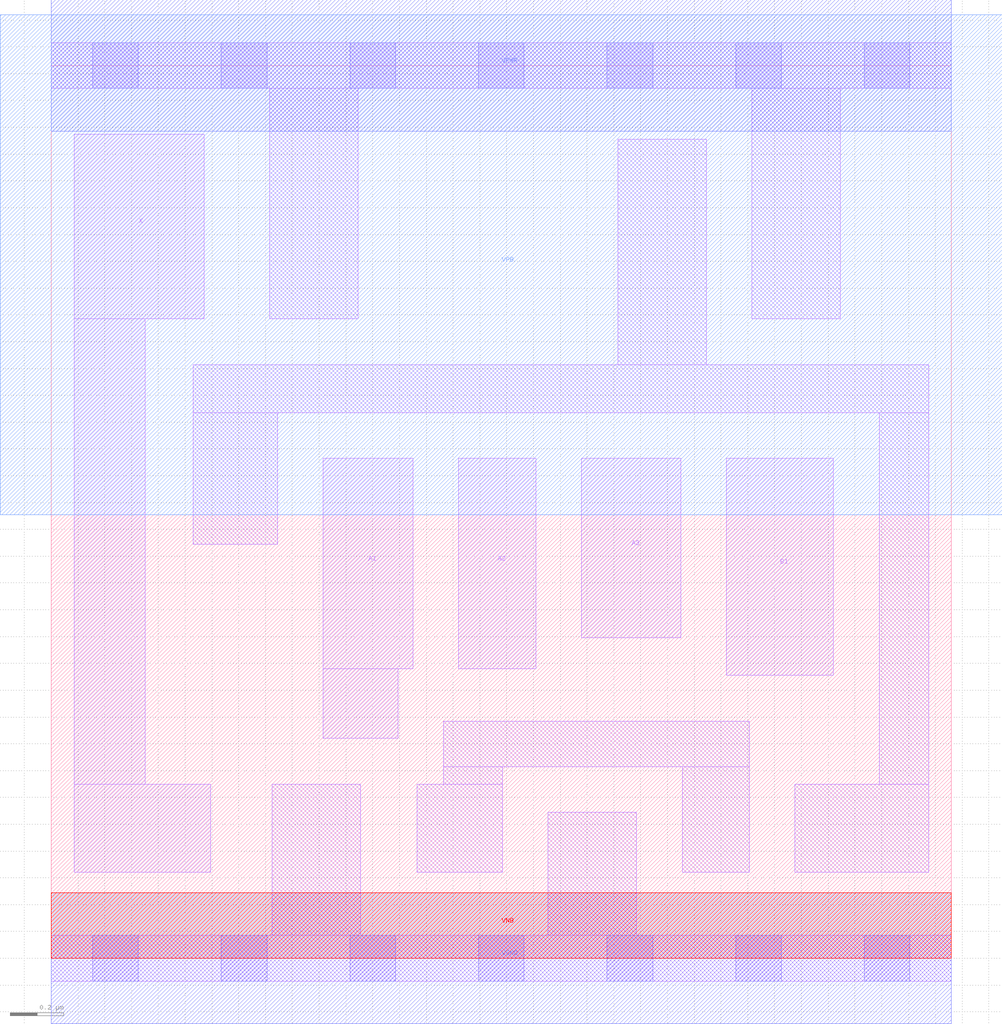
<source format=lef>
# Copyright 2020 The SkyWater PDK Authors
#
# Licensed under the Apache License, Version 2.0 (the "License");
# you may not use this file except in compliance with the License.
# You may obtain a copy of the License at
#
#     https://www.apache.org/licenses/LICENSE-2.0
#
# Unless required by applicable law or agreed to in writing, software
# distributed under the License is distributed on an "AS IS" BASIS,
# WITHOUT WARRANTIES OR CONDITIONS OF ANY KIND, either express or implied.
# See the License for the specific language governing permissions and
# limitations under the License.
#
# SPDX-License-Identifier: Apache-2.0

VERSION 5.7 ;
  NOWIREEXTENSIONATPIN ON ;
  DIVIDERCHAR "/" ;
  BUSBITCHARS "[]" ;
MACRO sky130_fd_sc_lp__o31a_0
  CLASS CORE ;
  FOREIGN sky130_fd_sc_lp__o31a_0 ;
  ORIGIN  0.000000  0.000000 ;
  SIZE  3.360000 BY  3.330000 ;
  SYMMETRY X Y R90 ;
  SITE unit ;
  PIN A1
    ANTENNAGATEAREA  0.159000 ;
    DIRECTION INPUT ;
    USE SIGNAL ;
    PORT
      LAYER li1 ;
        RECT 1.015000 0.820000 1.295000 1.080000 ;
        RECT 1.015000 1.080000 1.350000 1.865000 ;
    END
  END A1
  PIN A2
    ANTENNAGATEAREA  0.159000 ;
    DIRECTION INPUT ;
    USE SIGNAL ;
    PORT
      LAYER li1 ;
        RECT 1.520000 1.080000 1.810000 1.865000 ;
    END
  END A2
  PIN A3
    ANTENNAGATEAREA  0.159000 ;
    DIRECTION INPUT ;
    USE SIGNAL ;
    PORT
      LAYER li1 ;
        RECT 1.980000 1.195000 2.350000 1.865000 ;
    END
  END A3
  PIN B1
    ANTENNAGATEAREA  0.159000 ;
    DIRECTION INPUT ;
    USE SIGNAL ;
    PORT
      LAYER li1 ;
        RECT 2.520000 1.055000 2.920000 1.865000 ;
    END
  END B1
  PIN X
    ANTENNADIFFAREA  0.280900 ;
    DIRECTION OUTPUT ;
    USE SIGNAL ;
    PORT
      LAYER li1 ;
        RECT 0.085000 0.320000 0.595000 0.650000 ;
        RECT 0.085000 0.650000 0.350000 2.385000 ;
        RECT 0.085000 2.385000 0.570000 3.075000 ;
    END
  END X
  PIN VGND
    DIRECTION INOUT ;
    USE GROUND ;
    PORT
      LAYER met1 ;
        RECT 0.000000 -0.245000 3.360000 0.245000 ;
    END
  END VGND
  PIN VNB
    DIRECTION INOUT ;
    USE GROUND ;
    PORT
      LAYER pwell ;
        RECT 0.000000 0.000000 3.360000 0.245000 ;
    END
  END VNB
  PIN VPB
    DIRECTION INOUT ;
    USE POWER ;
    PORT
      LAYER nwell ;
        RECT -0.190000 1.655000 3.550000 3.520000 ;
    END
  END VPB
  PIN VPWR
    DIRECTION INOUT ;
    USE POWER ;
    PORT
      LAYER met1 ;
        RECT 0.000000 3.085000 3.360000 3.575000 ;
    END
  END VPWR
  OBS
    LAYER li1 ;
      RECT 0.000000 -0.085000 3.360000 0.085000 ;
      RECT 0.000000  3.245000 3.360000 3.415000 ;
      RECT 0.530000  1.545000 0.845000 2.035000 ;
      RECT 0.530000  2.035000 3.275000 2.215000 ;
      RECT 0.815000  2.385000 1.145000 3.245000 ;
      RECT 0.825000  0.085000 1.155000 0.650000 ;
      RECT 1.365000  0.320000 1.685000 0.650000 ;
      RECT 1.465000  0.650000 1.685000 0.715000 ;
      RECT 1.465000  0.715000 2.605000 0.885000 ;
      RECT 1.855000  0.085000 2.185000 0.545000 ;
      RECT 2.115000  2.215000 2.445000 3.055000 ;
      RECT 2.355000  0.320000 2.605000 0.715000 ;
      RECT 2.615000  2.385000 2.945000 3.245000 ;
      RECT 2.775000  0.320000 3.275000 0.650000 ;
      RECT 3.090000  0.650000 3.275000 2.035000 ;
    LAYER mcon ;
      RECT 0.155000 -0.085000 0.325000 0.085000 ;
      RECT 0.155000  3.245000 0.325000 3.415000 ;
      RECT 0.635000 -0.085000 0.805000 0.085000 ;
      RECT 0.635000  3.245000 0.805000 3.415000 ;
      RECT 1.115000 -0.085000 1.285000 0.085000 ;
      RECT 1.115000  3.245000 1.285000 3.415000 ;
      RECT 1.595000 -0.085000 1.765000 0.085000 ;
      RECT 1.595000  3.245000 1.765000 3.415000 ;
      RECT 2.075000 -0.085000 2.245000 0.085000 ;
      RECT 2.075000  3.245000 2.245000 3.415000 ;
      RECT 2.555000 -0.085000 2.725000 0.085000 ;
      RECT 2.555000  3.245000 2.725000 3.415000 ;
      RECT 3.035000 -0.085000 3.205000 0.085000 ;
      RECT 3.035000  3.245000 3.205000 3.415000 ;
  END
END sky130_fd_sc_lp__o31a_0
END LIBRARY

</source>
